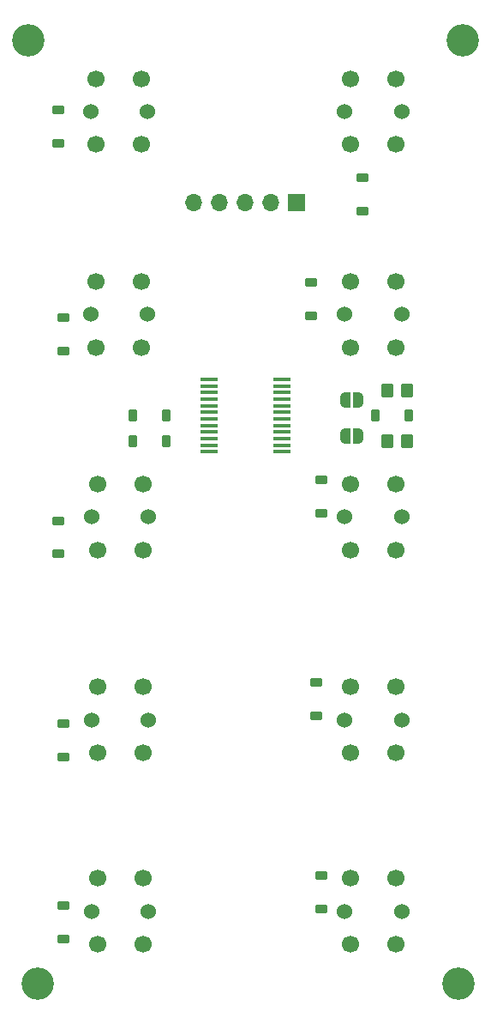
<source format=gbr>
%TF.GenerationSoftware,KiCad,Pcbnew,8.0.4-8.0.4-0~ubuntu22.04.1*%
%TF.CreationDate,2024-08-25T02:19:10+02:00*%
%TF.ProjectId,Deck-Btns,4465636b-2d42-4746-9e73-2e6b69636164,rev?*%
%TF.SameCoordinates,PX5ab1c60PY510ff40*%
%TF.FileFunction,Soldermask,Bot*%
%TF.FilePolarity,Negative*%
%FSLAX46Y46*%
G04 Gerber Fmt 4.6, Leading zero omitted, Abs format (unit mm)*
G04 Created by KiCad (PCBNEW 8.0.4-8.0.4-0~ubuntu22.04.1) date 2024-08-25 02:19:10*
%MOMM*%
%LPD*%
G01*
G04 APERTURE LIST*
G04 Aperture macros list*
%AMRoundRect*
0 Rectangle with rounded corners*
0 $1 Rounding radius*
0 $2 $3 $4 $5 $6 $7 $8 $9 X,Y pos of 4 corners*
0 Add a 4 corners polygon primitive as box body*
4,1,4,$2,$3,$4,$5,$6,$7,$8,$9,$2,$3,0*
0 Add four circle primitives for the rounded corners*
1,1,$1+$1,$2,$3*
1,1,$1+$1,$4,$5*
1,1,$1+$1,$6,$7*
1,1,$1+$1,$8,$9*
0 Add four rect primitives between the rounded corners*
20,1,$1+$1,$2,$3,$4,$5,0*
20,1,$1+$1,$4,$5,$6,$7,0*
20,1,$1+$1,$6,$7,$8,$9,0*
20,1,$1+$1,$8,$9,$2,$3,0*%
%AMFreePoly0*
4,1,19,0.500000,-0.750000,0.000000,-0.750000,0.000000,-0.744911,-0.071157,-0.744911,-0.207708,-0.704816,-0.327430,-0.627875,-0.420627,-0.520320,-0.479746,-0.390866,-0.500000,-0.250000,-0.500000,0.250000,-0.479746,0.390866,-0.420627,0.520320,-0.327430,0.627875,-0.207708,0.704816,-0.071157,0.744911,0.000000,0.744911,0.000000,0.750000,0.500000,0.750000,0.500000,-0.750000,0.500000,-0.750000,
$1*%
%AMFreePoly1*
4,1,19,0.000000,0.744911,0.071157,0.744911,0.207708,0.704816,0.327430,0.627875,0.420627,0.520320,0.479746,0.390866,0.500000,0.250000,0.500000,-0.250000,0.479746,-0.390866,0.420627,-0.520320,0.327430,-0.627875,0.207708,-0.704816,0.071157,-0.744911,0.000000,-0.744911,0.000000,-0.750000,-0.500000,-0.750000,-0.500000,0.750000,0.000000,0.750000,0.000000,0.744911,0.000000,0.744911,
$1*%
G04 Aperture macros list end*
%ADD10C,1.700000*%
%ADD11C,1.524000*%
%ADD12R,1.700000X1.700000*%
%ADD13O,1.700000X1.700000*%
%ADD14C,3.200000*%
%ADD15RoundRect,0.225000X-0.375000X0.225000X-0.375000X-0.225000X0.375000X-0.225000X0.375000X0.225000X0*%
%ADD16RoundRect,0.225000X0.375000X-0.225000X0.375000X0.225000X-0.375000X0.225000X-0.375000X-0.225000X0*%
%ADD17RoundRect,0.250000X-0.350000X-0.450000X0.350000X-0.450000X0.350000X0.450000X-0.350000X0.450000X0*%
%ADD18FreePoly0,0.000000*%
%ADD19FreePoly1,0.000000*%
%ADD20RoundRect,0.225000X-0.225000X-0.375000X0.225000X-0.375000X0.225000X0.375000X-0.225000X0.375000X0*%
%ADD21R,1.750000X0.450000*%
%ADD22RoundRect,0.225000X0.225000X0.375000X-0.225000X0.375000X-0.225000X-0.375000X0.225000X-0.375000X0*%
G04 APERTURE END LIST*
D10*
%TO.C,SW9*%
X14771300Y-16750000D03*
X14771300Y-23250000D03*
X10271300Y-16750000D03*
X10271300Y-23250000D03*
D11*
X15321300Y-20000000D03*
X9721300Y-20000000D03*
%TD*%
D10*
%TO.C,SW5*%
X-10228700Y-35628700D03*
X-10228700Y-42128700D03*
X-14728700Y-35628700D03*
X-14728700Y-42128700D03*
D11*
X-9678700Y-38878700D03*
X-15278700Y-38878700D03*
%TD*%
D12*
%TO.C,J1*%
X4900000Y31000000D03*
D13*
X2360000Y31000000D03*
X-180000Y31000000D03*
X-2720000Y31000000D03*
X-5260000Y31000000D03*
%TD*%
D10*
%TO.C,SW8*%
X14771300Y3250000D03*
X14771300Y-3250000D03*
X10271300Y3250000D03*
X10271300Y-3250000D03*
D11*
X15321300Y0D03*
X9721300Y0D03*
%TD*%
D10*
%TO.C,SW4*%
X-10228700Y-16750000D03*
X-10228700Y-23250000D03*
X-14728700Y-16750000D03*
X-14728700Y-23250000D03*
D11*
X-9678700Y-20000000D03*
X-15278700Y-20000000D03*
%TD*%
D10*
%TO.C,SW7*%
X14771300Y23250000D03*
X14771300Y16750000D03*
X10271300Y23250000D03*
X10271300Y16750000D03*
D11*
X15321300Y20000000D03*
X9721300Y20000000D03*
%TD*%
D14*
%TO.C,H1*%
X-20600000Y-46000000D03*
%TD*%
D10*
%TO.C,SW3*%
X-10228700Y3250000D03*
X-10228700Y-3250000D03*
X-14728700Y3250000D03*
X-14728700Y-3250000D03*
D11*
X-9678700Y0D03*
X-15278700Y0D03*
%TD*%
D10*
%TO.C,SW10*%
X14771300Y-35628700D03*
X14771300Y-42128700D03*
X10271300Y-35628700D03*
X10271300Y-42128700D03*
D11*
X15321300Y-38878700D03*
X9721300Y-38878700D03*
%TD*%
D10*
%TO.C,SW1*%
X-10350000Y43250000D03*
X-10350000Y36750000D03*
X-14850000Y43250000D03*
X-14850000Y36750000D03*
D11*
X-9800000Y40000000D03*
X-15400000Y40000000D03*
%TD*%
D14*
%TO.C,H4*%
X-21600000Y47000000D03*
%TD*%
D10*
%TO.C,SW2*%
X-10350000Y23250000D03*
X-10350000Y16750000D03*
X-14850000Y23250000D03*
X-14850000Y16750000D03*
D11*
X-9800000Y20000000D03*
X-15400000Y20000000D03*
%TD*%
D14*
%TO.C,H3*%
X21400000Y47000000D03*
%TD*%
D10*
%TO.C,SW6*%
X14771300Y43250000D03*
X14771300Y36750000D03*
X10271300Y43250000D03*
X10271300Y36750000D03*
D11*
X15321300Y40000000D03*
X9721300Y40000000D03*
%TD*%
D14*
%TO.C,H2*%
X20900000Y-46000000D03*
%TD*%
D15*
%TO.C,D2*%
X-18600000Y40150000D03*
X-18600000Y36850000D03*
%TD*%
D16*
%TO.C,D11*%
X7400000Y350000D03*
X7400000Y3650000D03*
%TD*%
D17*
%TO.C,R1*%
X13900000Y12500000D03*
X15900000Y12500000D03*
%TD*%
D16*
%TO.C,D12*%
X6900000Y-19650000D03*
X6900000Y-16350000D03*
%TD*%
D15*
%TO.C,D6*%
X-18100000Y-38350000D03*
X-18100000Y-41650000D03*
%TD*%
D16*
%TO.C,D13*%
X7400000Y-38650000D03*
X7400000Y-35350000D03*
%TD*%
D18*
%TO.C,JP2*%
X9750000Y8000000D03*
D19*
X11050000Y8000000D03*
%TD*%
D20*
%TO.C,D8*%
X-11250000Y10000000D03*
X-7950000Y10000000D03*
%TD*%
D15*
%TO.C,D3*%
X-18100000Y19650000D03*
X-18100000Y16350000D03*
%TD*%
D21*
%TO.C,U1*%
X-3700000Y6425000D03*
X-3700000Y7075000D03*
X-3700000Y7725000D03*
X-3700000Y8375000D03*
X-3700000Y9025000D03*
X-3700000Y9675000D03*
X-3700000Y10325000D03*
X-3700000Y10975000D03*
X-3700000Y11625000D03*
X-3700000Y12275000D03*
X-3700000Y12925000D03*
X-3700000Y13575000D03*
X3500000Y13575000D03*
X3500000Y12925000D03*
X3500000Y12275000D03*
X3500000Y11625000D03*
X3500000Y10975000D03*
X3500000Y10325000D03*
X3500000Y9675000D03*
X3500000Y9025000D03*
X3500000Y8375000D03*
X3500000Y7725000D03*
X3500000Y7075000D03*
X3500000Y6425000D03*
%TD*%
D15*
%TO.C,D4*%
X-18600000Y-350000D03*
X-18600000Y-3650000D03*
%TD*%
D22*
%TO.C,D1*%
X16050000Y10000000D03*
X12750000Y10000000D03*
%TD*%
D18*
%TO.C,JP1*%
X9750000Y11550000D03*
D19*
X11050000Y11550000D03*
%TD*%
D15*
%TO.C,D5*%
X-18100000Y-20350000D03*
X-18100000Y-23650000D03*
%TD*%
D16*
%TO.C,D9*%
X11500000Y30150000D03*
X11500000Y33450000D03*
%TD*%
D17*
%TO.C,R2*%
X13900000Y7500000D03*
X15900000Y7500000D03*
%TD*%
D16*
%TO.C,D10*%
X6400000Y19850000D03*
X6400000Y23150000D03*
%TD*%
D20*
%TO.C,D7*%
X-11250000Y7500000D03*
X-7950000Y7500000D03*
%TD*%
M02*

</source>
